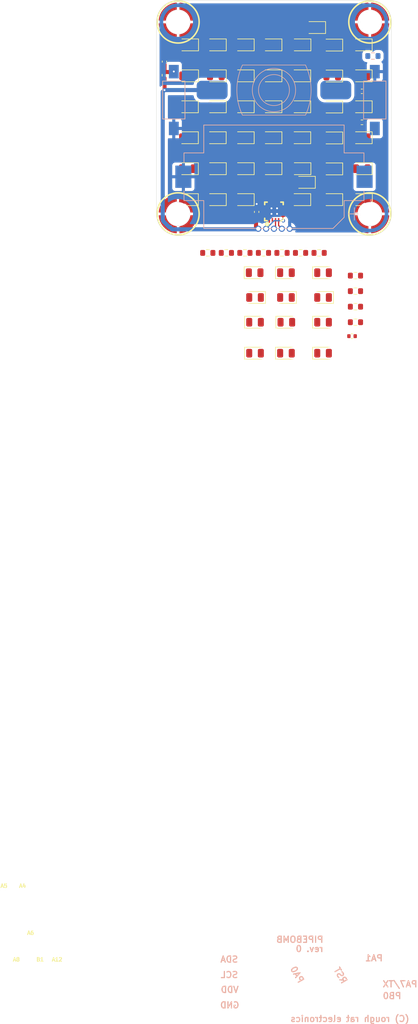
<source format=kicad_pcb>
(kicad_pcb (version 20240108) (generator "pcbnew") (generator_version "8.0")
  (layers (0 "F.Cu" signal) (31 "B.Cu" signal) (34 "B.Paste" user) (35 "F.Paste" user) (36 "B.SilkS" user "B.Silkscreen") (37 "F.SilkS" user "F.Silkscreen") (38 "B.Mask" user) (39 "F.Mask" user) (44 "Edge.Cuts" user))
  (net 0 "")
  (net 1 "/LED1")
  (net 2 "/LED6")
  (net 3 "/LED5")
  (net 4 "/LED4")
  (net 5 "/LED3")
  (net 6 "/LED2")
  (net 7 "/nRST")
  (net 8 "Net-(U1-PA0)")
  (net 9 "GND")
  (net 10 "/SWD")
  (net 11 "/SWC")
  (net 12 "VDD")
  (net 13 "/UART_TX")
  (net 14 "Net-(U1-PA6)")
  (net 15 "Net-(U1-PA5)")
  (net 16 "Net-(U1-PA4)")
  (net 17 "Net-(U1-PA1)")
  (net 18 "Net-(U1-PA8)")
  (net 19 "Net-(U1-PA2)")
  (net 20 "/LED0")
  (net 21 "Net-(U1-PA3)")
  (net 22 "Net-(BT0-+)")
  (net 23 "/BUT")
  (net 25 "Net-(R4-Pad2)")
  (net 26 "/WLED1")
  (net 27 "/WLED0")
  (net 28 "/WLED2")
  (net 29 "Net-(U1-PA12)")
  (net 30 "/WLED3")
  (net 31 "/EXT")
  (net 32 "Net-(R14-Pad1)")
  (net 34 "unconnected-(U3-Pad1)_1")
  (footprint "Capacitor_SMD:C_0402_1005Metric" (layer "F.Cu") (at 136.2075 37.7)
    (property "Reference" "C1" (hide yes))
    (property "Value" "100n" (hide yes))
  )
  (footprint "LED_SMD:LED_0805_2012Metric" (layer "F.Cu") (at 129.9375 71 180)
    (property "Reference" "D105" (hide yes))
    (property "Value" "LED")
  )
  (footprint "LED_SMD:LED_0805_2012Metric" (layer "F.Cu") (at 108.085 40.2 180)
    (property "Reference" "D3" (hide yes))
    (property "Value" "LED")
  )
  (footprint "LED_SMD:LED_0805_2012Metric" (layer "F.Cu") (at 112.6 55.2 180)
    (property "Reference" "D6" (hide yes))
    (property "Value" "LED")
  )
  (footprint "Resistor_SMD:R_0603_1608Metric" (layer "F.Cu") (at 126.3 63.8)
    (property "Reference" "R6" (hide yes))
    (property "Value" "47")
  )
  (footprint "Resistor_SMD:R_0402_1005Metric" (layer "F.Cu") (at 134.625 77.25)
    (property "Reference" "R14" (hide yes))
    (property "Value" "10k")
  )
  (footprint "LED_SMD:LED_0805_2012Metric" (layer "F.Cu") (at 123.9375 71 180)
    (property "Reference" "D104" (hide yes))
    (property "Value" "LED")
  )
  (footprint "LED_SMD:LED_0805_2012Metric" (layer "F.Cu") (at 131.4225 55.2 180)
    (property "Reference" "D30" (hide yes))
    (property "Value" "LED")
  )
  (footprint "LED_SMD:LED_0805_2012Metric" (layer "F.Cu") (at 118.9375 80)
    (property "Reference" "D109" (hide yes))
    (property "Value" "LED")
  )
  (footprint "LED_SMD:LED_0805_2012Metric" (layer "F.Cu") (at 118.9375 75)
    (property "Reference" "D106" (hide yes))
    (property "Value" "LED")
  )
  (footprint "LED_SMD:LED_0805_2012Metric" (layer "F.Cu") (at 136.1925 30.2 180)
    (property "Reference" "D41" (hide yes))
    (property "Value" "LED")
  )
  (footprint "LED_SMD:LED_0805_2012Metric" (layer "F.Cu") (at 126.255 55.2 180)
    (property "Reference" "D24" (hide yes))
    (property "Value" "LED")
  )
  (footprint "LED_SMD:LED_0805_2012Metric" (layer "F.Cu") (at 117.115 35.2 180)
    (property "Reference" "D16" (hide yes))
    (property "Value" "LED")
  )
  (footprint "LED_SMD:LED_0805_2012Metric" (layer "F.Cu") (at 117.115 30.2 180)
    (property "Reference" "D17" (hide yes))
    (property "Value" "LED")
  )
  (footprint "LED_SMD:LED_0805_2012Metric" (layer "F.Cu") (at 118.9375 71 180)
    (property "Reference" "D103" (hide yes))
    (property "Value" "LED")
  )
  (footprint "LED_SMD:LED_0805_2012Metric" (layer "F.Cu") (at 112.6 35.2 180)
    (property "Reference" "D10" (hide yes))
    (property "Value" "LED")
  )
  (footprint "Resistor_SMD:R_0402_1005Metric" (layer "F.Cu") (at 104.3 35.1 -90)
    (property "Reference" "R2" (hide yes))
    (property "Value" "10k" (hide yes))
  )
  (footprint "LED_SMD:LED_0805_2012Metric" (layer "F.Cu") (at 121.6 50.2 180)
    (property "Reference" "D19" (hide yes))
    (property "Value" "LED")
  )
  (footprint "LED_SMD:LED_0805_2012Metric" (layer "F.Cu") (at 112.585 45.2 180)
    (property "Reference" "D8" (hide yes))
    (property "Value" "LED")
  )
  (footprint "LED_SMD:LED_0805_2012Metric" (layer "F.Cu") (at 129.9375 80)
    (property "Reference" "D111" (hide yes))
    (property "Value" "LED")
  )
  (footprint "Resistor_SMD:R_0603_1608Metric" (layer "F.Cu") (at 114.3 63.8)
    (property "Reference" "R9" (hide yes))
    (property "Value" "47")
  )
  (footprint "easyeda2kicad:SMD_BD5.6-D3.6" (layer "F.Cu") (at 137.5 57.5)
    (property "Reference" "U4" (hide yes))
    (property "Value" "SMTSOM215BTR")
  )
  (footprint "LED_SMD:LED_0805_2012Metric" (layer "F.Cu") (at 126.285 30.2 180)
    (property "Reference" "D29" (hide yes))
    (property "Value" "LED")
  )
  (footprint "Connector_PinHeader_1.27mm:PinHeader_1x05_P1.27mm_Vertical" (layer "F.Cu") (at 119.46 59.9 90)
    (property "Reference" "J2" (hide yes))
    (property "Value" "Conn_01x05")
  )
  (footprint "LED_SMD:LED_0805_2012Metric" (layer "F.Cu") (at 121.6 35.2 180)
    (property "Reference" "D22" (hide yes))
    (property "Value" "LED")
  )
  (footprint "Resistor_SMD:R_0603_1608Metric" (layer "F.Cu") (at 120.3 63.8 180)
    (property "Reference" "R10" (hide yes))
    (property "Value" "47")
  )
  (footprint "LED_SMD:LED_0805_2012Metric" (layer "F.Cu") (at 126.285 50.2 180)
    (property "Reference" "D25" (hide yes))
    (property "Value" "LED")
  )
  (footprint "Resistor_SMD:R_0603_1608Metric" (layer "F.Cu") (at 135.175 72.49)
    (property "Reference" "R12" (hide yes))
    (property "Value" "0")
  )
  (footprint "LED_SMD:LED_0805_2012Metric" (layer "F.Cu") (at 117.115 45.2 180)
    (property "Reference" "D14" (hide yes))
    (property "Value" "LED")
  )
  (footprint "LED_SMD:LED_0805_2012Metric" (layer "F.Cu") (at 129.9375 67)
    (property "Reference" "D102" (hide yes))
    (property "Value" "LED")
  )
  (footprint "LED_SMD:LED_0805_2012Metric" (layer "F.Cu") (at 108.085 55.2 180)
    (property "Reference" "D0" (hide yes))
    (property "Value" "LED")
  )
  (footprint "LED_SMD:LED_0805_2012Metric" (layer "F.Cu") (at 126.255 45.2 180)
    (property "Reference" "D26" (hide yes))
    (property "Value" "LED")
  )
  (footprint "LED_SMD:LED_0805_2012Metric" (layer "F.Cu") (at 117.115 40.2 180)
    (property "Reference" "D15" (hide yes))
    (property "Value" "LED")
  )
  (footprint "LED_SMD:LED_0805_2012Metric" (layer "F.Cu") (at 112.6 40.2 180)
    (property "Reference" "D9" (hide yes))
    (property "Value" "LED")
  )
  (footprint "Resistor_SMD:R_0603_1608Metric" (layer "F.Cu") (at 135.175 75)
    (property "Reference" "R13" (hide yes))
    (property "Value" "0")
  )
  (footprint "LED_SMD:LED_0805_2012Metric" (layer "F.Cu") (at 108.085 50.2 180)
    (property "Reference" "D1" (hide yes))
    (property "Value" "LED")
  )
  (footprint "Resistor_SMD:R_0603_1608Metric" (layer "F.Cu") (at 123.3 63.8)
    (property "Reference" "R7" (hide yes))
    (property "Value" "47")
  )
  (footprint "LED_SMD:LED_0805_2012Metric" (layer "F.Cu") (at 124 75)
    (property "Reference" "D107" (hide yes))
    (property "Value" "LED")
  )
  (footprint "Resistor_SMD:R_0603_1608Metric" (layer "F.Cu") (at 135.175 67.47)
    (property "Reference" "R8" (hide yes))
    (property "Value" "0")
  )
  (footprint "LED_SMD:LED_0805_2012Metric" (layer "F.Cu") (at 136.1925 35.2 180)
    (property "Reference" "D40" (hide yes))
    (property "Value" "LED")
  )
  (footprint "LED_SMD:LED_0805_2012Metric" (layer "F.Cu") (at 136.2225 55.2 180)
    (property "Reference" "D36" (hide yes))
    (property "Value" "LED")
  )
  (footprint "LED_SMD:LED_0805_2012Metric" (layer "F.Cu") (at 131.4225 50.23 180)
    (property "Reference" "D31" (hide yes))
    (property "Value" "LED")
  )
  (footprint "LED_SMD:LED_0805_2012Metric" (layer "F.Cu") (at 117.115 50.2 180)
    (property "Reference" "D13" (hide yes))
    (property "Value" "LED")
  )
  (footprint "LED_SMD:LED_0805_2012Metric" (layer "F.Cu") (at 112.6 30.2 180)
    (property "Reference" "D11" (hide yes))
    (property "Value" "LED")
  )
  (footprint "Resistor_SMD:R_0402_1005Metric" (layer "F.Cu") (at 136.2275 42.71)
    (property "Reference" "R1" (hide yes))
    (property "Value" "10k" (hide yes))
  )
  (footprint "LED_SMD:LED_0805_2012Metric" (layer "F.Cu") (at 123.9375 67)
    (property "Reference" "D101" (hide yes))
    (property "Value" "LED")
  )
  (footprint "LED_SMD:LED_0805_2012Metric" (layer "F.Cu") (at 123.9375 80)
    (property "Reference" "D110" (hide yes))
    (property "Value" "LED")
  )
  (footprint "LED_SMD:LED_0805_2012Metric" (layer "F.Cu") (at 127 52.4 180)
    (property "Reference" "D18" (hide yes))
    (property "Value" "LED")
  )
  (footprint "LED_SMD:LED_0805_2012Metric" (layer "F.Cu") (at 128.6625 27.4 180)
    (property "Reference" "D42" (hide yes))
    (property "Value" "LED")
  )
  (footprint "easyeda2kicad:TQFN-16_L3.0-W3.0-P0.50-BL-EP1.7" (layer "F.Cu") (at 122 57.1)
    (property "Reference" "U1" (hide yes))
    (property "Value" "PY32F002AW15U6TR" (hide yes))
  )
  (footprint "Capacitor_SMD:C_0402_1005Metric" (layer "F.Cu") (at 104.3 32.9 90)
    (property "Reference" "C2" (hide yes))
    (property "Value" "100n" (hide yes))
  )
  (footprint "LED_SMD:LED_0805_2012Metric" (layer "F.Cu") (at 112.6 50.2 180)
    (property "Reference" "D7" (hide yes))
    (property "Value" "LED")
  )
  (footprint "LED_SMD:LED_0805_2012Metric" (layer "F.Cu") (at 131.4225 35.23 180)
    (property "Reference" "D34" (hide yes))
    (property "Value" "LED")
  )
  (footprint "Resistor_SMD:R_0603_1608Metric" (layer "F.Cu") (at 111.3 63.8)
    (property "Reference" "R3" (hide yes))
    (property "Value" "47")
  )
  (footprint "LED_SMD:LED_0805_2012Metric" (layer "F.Cu") (at 126.255 40.2 180)
    (property "Reference" "D27" (hide yes))
    (property "Value" "LED")
  )
  (footprint "LED_SMD:LED_0805_2012Metric" (layer "F.Cu") (at 108.115 35.2 180)
    (property "Reference" "D4" (hide yes))
    (property "Value" "LED")
  )
  (footprint "LED_SMD:LED_0805_2012Metric" (layer "F.Cu") (at 136.1925 50.2 180)
    (property "Reference" "D37" (hide yes))
    (property "Value" "LED")
  )
  (footprint "LED_SMD:LED_0805_2012Metric" (layer "F.Cu") (at 108.085 45.2 180)
    (property "Reference" "D2" (hide yes))
    (property "Value" "LED")
  )
  (footprint "LED_SMD:LED_0805_2012Metric" (layer "F.Cu") (at 121.6 30.2 180)
    (property "Reference" "D23" (hide yes))
    (property "Value" "LED")
  )
  (footprint "Resistor_SMD:R_0603_1608Metric" (layer "F.Cu") (at 117.3 63.8)
    (property "Reference" "R0" (hide yes))
    (property "Value" "47")
  )
  (footprint "Resistor_SMD:R_0603_1608Metric" (layer "F.Cu") (at 135.175 69.98)
    (property "Reference" "R11" (hide yes))
    (property "Value" "0")
  )
  (footprint "LED_SMD:LED_0805_2012Metric" (layer "F.Cu") (at 117.115 55.2 180)
    (property "Reference" "D12" (hide yes))
    (property "Value" "LED")
  )
  (footprint "LED_SMD:LED_0805_2012Metric" (layer "F.Cu") (at 121.6 45.2 180)
    (property "Reference" "D20" (hide yes))
    (property "Value" "LED")
  )
  (footprint "LED_SMD:LED_0805_2012Metric" (layer "F.Cu") (at 131.4225 45.23 180)
    (property "Reference" "D32" (hide yes))
    (property "Value" "LED")
  )
  (footprint "easyeda2kicad:SMD_BD5.6-D3.6" (layer "F.Cu") (at 137.5 26.5)
    (property "Reference" "U2" (hide yes))
    (property "Value" "SMTSOM215BTR")
  )
  (footprint "Capacitor_SMD:C_0402_1005Metric" (layer "F.Cu") (at 119.2 57.18 90)
    (property "Reference" "C3" (hide yes))
    (property "Value" "100n" (hide yes))
  )
  (footprint "LED_SMD:LED_0805_2012Metric" (layer "F.Cu") (at 118.875 67)
    (property "Reference" "D100" (hide yes))
    (property "Value" "LED")
  )
  (footprint "easyeda2kicad:SMD_BD5.6-D3.6" (layer "F.Cu") (at 106.5 26.5)
    (property "Reference" "U0" (hide yes))
    (property "Value" "SMTSOM215BTR")
  )
  (footprint "LED_SMD:LED_0805_2012Metric" (layer "F.Cu") (at 129.9375 75)
    (property "Reference" "D108" (hide yes))
    (property "Value" "LED")
  )
  (footprint "LED_SMD:LED_0805_2012Metric" (layer "F.Cu") (at 121.6 40.2 180)
    (property "Reference" "D21" (hide yes))
    (property "Value" "LED")
  )
  (footprint "LED_SMD:LED_0805_2012Metric" (layer "F.Cu") (at 131.4225 30.23 180)
    (property "Reference" "D35" (hide yes))
    (property "Value" "LED")
  )
  (footprint "Resistor_SMD:R_0603_1608Metric" (layer "F.Cu") (at 129.3 63.8)
    (property "Reference" "R5" (hide yes))
    (property "Value" "47")
  )
  (footprint "LED_SMD:LED_0805_2012Metric" (layer "F.Cu") (at 131.4225 40.23 180)
    (property "Reference" "D33" (hide yes))
    (property "Value" "LED")
  )
  (footprint "easyeda2kicad:SMD_BD5.6-D3.6" (layer "F.Cu") (at 106.5 57.5)
    (property "Reference" "U3" (hide yes))
    (property "Value" "SMTSOM215BTR")
  )
  (footprint "LED_SMD:LED_0805_2012Metric" (layer "F.Cu") (at 108.115 30.2 180)
    (property "Reference" "D5" (hide yes))
    (property "Value" "LED")
  )
  (footprint "LED_SMD:LED_0805_2012Metric" (layer "F.Cu") (at 136.1925 40.2 180)
    (property "Reference" "D39" (hide yes))
    (property "Value" "LED")
  )
  (footprint "LED_SMD:LED_0805_2012Metric" (layer "F.Cu") (at 126.255 35.2 180)
    (property "Reference" "D28" (hide yes))
    (property "Value" "LED")
  )
  (footprint "LED_SMD:LED_0805_2012Metric" (layer "F.Cu") (at 136.1925 45.2 180)
    (property "Reference" "D38" (hide yes))
    (property "Value" "LED")
  )
  (footprint "Critbit_lib:flashlightButton" (layer "B.Cu") (at 122 37.5 180)
    (property "Reference" "SW0" (hide yes))
    (property "Value" "SW_SPST")
  )
  (footprint "Button_Switch_SMD:SW_SPST_FSMSM" (layer "B.Cu") (at 105.8 39.110001 90)
    (property "Reference" "SW2" (hide yes))
    (property "Value" "B1")
  )
  (footprint "Resistor_SMD:R_0603_1608Metric" (layer "B.Cu") (at 138 32 180)
    (property "Reference" "R4" (hide yes))
    (property "Value" "DNP")
  )
  (footprint "Battery:BatteryHolder_Keystone_1060_1x2032" (layer "B.Cu") (at 122 51.5 180)
    (property "Reference" "BT0" (hide yes))
    (property "Value" "Battery_Cell")
  )
  (footprint "Button_Switch_SMD:SW_SPST_FSMSM" (layer "B.Cu") (at 138.3 39.110001 -90)
    (property "Reference" "SW1" (hide yes))
    (property "Value" "RST")
  )
  (gr_line (start 103 26.5) (end 103 42) (stroke (width 0.05)) (layer "Edge.Cuts"))
  (gr_arc (start 103 26.5) (mid 104.025126 24.025126) (end 106.5 23) (stroke (width 0.05)) (layer "Edge.Cuts"))
  (gr_line (start 141 26.5) (end 141 42) (stroke (width 0.05)) (layer "Edge.Cuts"))
  (gr_line (start 137.5 61) (end 122 61) (stroke (width 0.05)) (layer "Edge.Cuts"))
  (gr_arc (start 106.5 61) (mid 104.025126 59.974874) (end 103 57.5) (stroke (width 0.05)) (layer "Edge.Cuts"))
  (gr_line (start 106.5 61) (end 122 61) (stroke (width 0.05)) (layer "Edge.Cuts"))
  (gr_arc (start 137.5 23) (mid 139.974874 24.025126) (end 141 26.5) (stroke (width 0.05)) (layer "Edge.Cuts"))
  (gr_line (start 106.5 23) (end 122 23) (stroke (width 0.05)) (layer "Edge.Cuts"))
  (gr_arc (start 141 57.5) (mid 139.974874 59.974874) (end 137.5 61) (stroke (width 0.05)) (layer "Edge.Cuts"))
  (gr_line (start 141 57.5) (end 141 42) (stroke (width 0.05)) (layer "Edge.Cuts"))
  (gr_line (start 103 57.5) (end 103 42) (stroke (width 0.05)) (layer "Edge.Cuts"))
  (gr_line (start 137.5 23) (end 122 23) (stroke (width 0.05)) (layer "Edge.Cuts"))
  (gr_text "PA1" (at 139.7 178.3 0) (layer "B.SilkS") (effects (font (size 1 1) (thickness 0.2) (bold yes)) (justify left bottom mirror)))
  (gr_text "SDA" (at 116.3 178.5 0) (layer "B.SilkS") (effects (font (size 1 1) (thickness 0.2) (bold yes)) (justify left bottom mirror)))
  (gr_text "GND" (at 116.5 185.9 0) (layer "B.SilkS") (effects (font (size 1 1) (thickness 0.2) (bold yes)) (justify left bottom mirror)))
  (gr_text "RST" (at 133 182.1 300) (layer "B.SilkS") (effects (font (size 1 1) (thickness 0.2) (bold yes)) (justify left bottom mirror)))
  (gr_text "SCL" (at 116.3 181 0) (layer "B.SilkS") (effects (font (size 1 1) (thickness 0.2) (bold yes)) (justify left bottom mirror)))
  (gr_text "PA7/TX" (at 145.3 182.5 0) (layer "B.SilkS") (effects (font (size 1 1) (thickness 0.2) (bold yes)) (justify left bottom mirror)))
  (gr_text "PA0" (at 126 182 300) (layer "B.SilkS") (effects (font (size 1 1) (thickness 0.2) (bold yes)) (justify left bottom mirror)))
  (gr_text "PB0" (at 142.7 184.4 0) (layer "B.SilkS") (effects (font (size 1 1) (thickness 0.2) (bold yes)) (justify left bottom mirror)))
  (gr_text "(C) rough rat electronics" (at 144 188.1 0) (layer "B.SilkS") (effects (font (size 1 1) (thickness 0.2) (bold yes)) (justify left bottom mirror)))
  (gr_text "PIPEBOMB" (at 130.1 175.3 0) (layer "B.SilkS") (effects (font (size 1 1) (thickness 0.2) (bold yes)) (justify left bottom mirror)))
  (gr_text "rev. 0" (at 130.1 176.8 0) (layer "B.SilkS") (effects (font (size 1 1) (thickness 0.2) (bold yes)) (justify left bottom mirror)))
  (gr_text "VDD" (at 116.4 183.4 0) (layer "B.SilkS") (effects (font (size 1 1) (thickness 0.2) (bold yes)) (justify left bottom mirror)))
  (gr_text "A12" (at 86 178.3 0) (layer "F.SilkS") (effects (font (size 0.6 0.6) (thickness 0.15) (bold yes)) (justify left bottom)))
  (gr_text "A8" (at 79.7 178.3 0) (layer "F.SilkS") (effects (font (size 0.6 0.6) (thickness 0.15) (bold yes)) (justify left bottom)))
  (gr_text "B1" (at 83.5 178.3 0) (layer "F.SilkS") (effects (font (size 0.6 0.6) (thickness 0.15) (bold yes)) (justify left bottom)))
  (gr_text "A5" (at 77.7 166.4 0) (layer "F.SilkS") (effects (font (size 0.6 0.6) (thickness 0.15) (bold yes)) (justify left bottom)))
  (gr_text "A6" (at 82 174 0) (layer "F.SilkS") (effects (font (size 0.6 0.6) (thickness 0.15) (bold yes)) (justify left bottom)))
  (gr_text "A4" (at 80.7 166.4 0) (layer "F.SilkS") (effects (font (size 0.6 0.6) (thickness 0.15) (bold yes)) (justify left bottom)))
  (segment (start 123.45 58.55) (end 123.45 57.85) (width 0.2) (layer "F.Cu") (net 7))
  (segment (start 120.73 59.9) (end 120.8 59.83) (width 0.2) (layer "F.Cu") (net 7))
  (segment (start 123.5 58.6) (end 123.45 58.55) (width 0.2) (layer "F.Cu") (net 7))
  (segment (start 120.8 59.83) (end 120.8 59.6) (width 0.2) (layer "F.Cu") (net 7))
  (via (at 123.5 58.6) (size 0.6) (drill 0.3) (layers "F.Cu" "B.Cu") (net 7))
  (segment (start 123.5 58.6) (end 122.03 58.6) (width 0.2) (layer "B.Cu") (net 7))
  (segment (start 122.03 58.6) (end 120.73 59.9) (width 0.2) (layer "B.Cu") (net 7))
  (segment (start 119.2 56.7) (end 119.2 55.9) (width 0.2) (layer "F.Cu") (net 9))
  (segment (start 104.3 32.42) (end 104.3 28.7) (width 0.66) (layer "F.Cu") (net 9))
  (via (at 121.6 56.6) (size 0.6) (drill 0.3) (layers "F.Cu" "B.Cu") (net 9))
  (via (at 119.2 55.9) (size 0.6) (drill 0.3) (layers "F.Cu" "B.Cu") (net 9))
  (via (at 122.5 57.5) (size 0.6) (drill 0.3) (layers "F.Cu" "B.Cu") (net 9))
  (via (at 122.5 56.6) (size 0.6) (drill 0.3) (layers "F.Cu" "B.Cu") (net 9))
  (via (at 121.6 57.5) (size 0.6) (drill 0.3) (layers "F.Cu" "B.Cu") (net 9))
  (segment (start 122.25 59.65) (end 122.25 58.55) (width 0.2) (layer "F.Cu") (net 10))
  (segment (start 122 59.9) (end 122.25 59.65) (width 0.2) (layer "F.Cu") (net 10))
  (segment (start 122.75 58.55) (end 122.75 59.379999) (width 0.2) (layer "F.Cu") (net 11))
  (segment (start 122.75 59.379999) (end 123.27 59.899999) (width 0.2) (layer "F.Cu") (net 11))
  (segment (start 104.3 37.5) (end 104.3 35.61) (width 0.66) (layer "F.Cu") (net 12))
  (segment (start 119.1 57.76) (end 119.2 57.66) (width 0.66) (layer "F.Cu") (net 12))
  (segment (start 120.55 57.35) (end 119.51 57.35) (width 0.2) (layer "F.Cu") (net 12))
  (segment (start 119.1 59.54) (end 119.1 57.76) (width 0.66) (layer "F.Cu") (net 12))
  (segment (start 119.46 59.9) (end 119.1 59.54) (width 0.66) (layer "F.Cu") (net 12))
  (segment (start 119.51 57.35) (end 119.2 57.66) (width 0.2) (layer "F.Cu") (net 12))
  (via (at 104.3 37.5) (size 0.6) (drill 0.3) (layers "F.Cu" "B.Cu") (net 12))
  (segment (start 104.3 37.5) (end 112 37.5) (width 0.66) (layer "B.Cu") (net 12))
  (segment (start 119.370838 59.989162) (end 105.544495 59.989162) (width 0.66) (layer "B.Cu") (net 12))
  (segment (start 105.544495 59.989162) (end 105.189294 59.633961) (width 0.66) (layer "B.Cu") (net 12))
  (segment (start 105.047855 59.633961) (end 104.124348 58.710454) (width 0.66) (layer "B.Cu") (net 12))
  (segment (start 105.189294 59.633961) (end 105.047855 59.633961) (width 0.66) (layer "B.Cu") (net 12))
  (segment (start 104.124348 58.710454) (end 104.010838 58.455505) (width 0.66) (layer "B.Cu") (net 12))
  (segment (start 119.46 59.9) (end 119.370838 59.989162) (width 0.66) (layer "B.Cu") (net 12))
  (segment (start 104.010838 37.789162) (end 104.3 37.5) (width 0.66) (layer "B.Cu") (net 12))
  (segment (start 104.010838 58.455505) (end 104.010838 37.789162) (width 0.66) (layer "B.Cu") (net 12))
  (segment (start 104.3 34.59) (end 104.3 33.38) (width 0.66) (layer "F.Cu") (net 23))
  (segment (start 105.71 34.59) (end 105.8 34.5) (width 0.66) (layer "F.Cu") (net 23))
  (segment (start 104.3 34.59) (end 105.71 34.59) (width 0.66) (layer "F.Cu") (net 23))
  (via (at 105.8 34.5) (size 0.6) (drill 0.3) (layers "F.Cu" "B.Cu") (net 23))
  (segment (start 107.536539 59.9) (end 107.506539 59.93) (width 0.66) (layer "F.Cu") (net 34))
  (zone (net 9) (net_name "GND") (layer "B.Cu") (connect_pads (clearance 0.5)) (min_thickness 0.25) (fill yes (thermal_gap 0.5) (thermal_bridge_width 0.5))
    (polygon (pts (xy 103 23) (xy 103 61) (xy 141 61) (xy 141 23)))
  )
)
</source>
